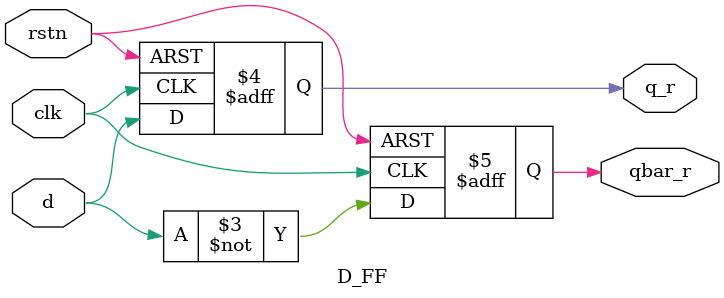
<source format=v>
module D_FF(d, rstn, clk, q_r, qbar_r);

input d, rstn, clk;
output reg q_r, qbar_r;

always @(posedge clk, negedge rstn) begin

    if(~rstn)begin
        q_r <= 1'b0;
        qbar_r <= 1'b1;
    end
    else begin
        q_r <= d;
        qbar_r <= ~(d);
    end
    
    
end

endmodule
</source>
